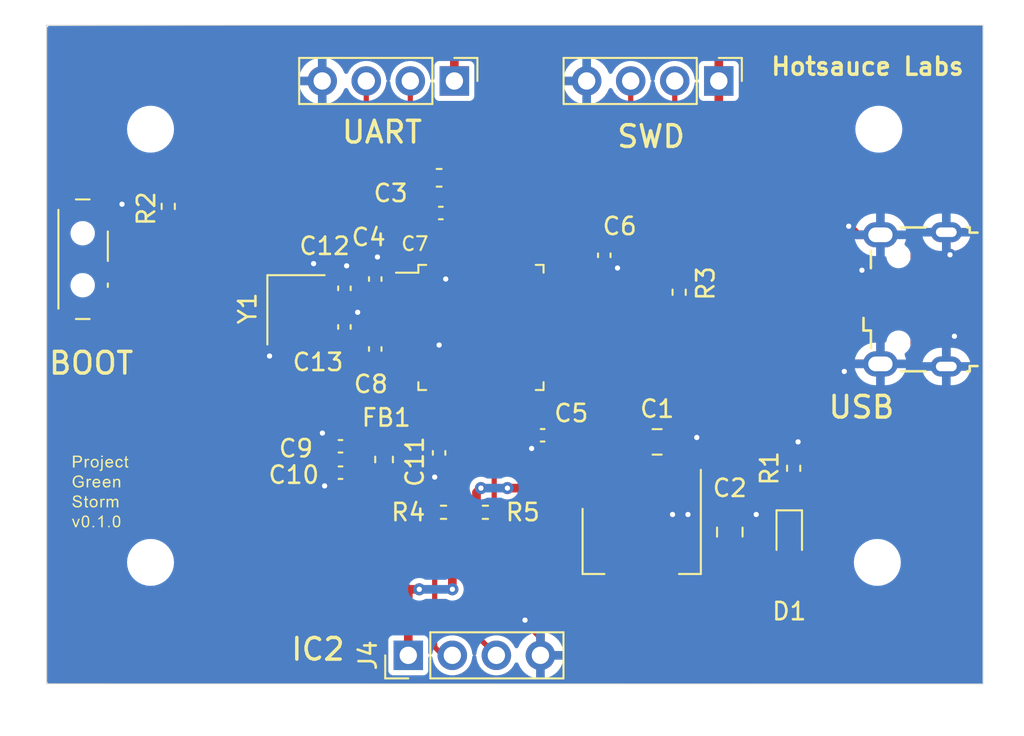
<source format=kicad_pcb>
(kicad_pcb (version 20221018) (generator pcbnew)
  (title_block (title "Project Green Storm") (date "2024-01-07") (rev "0.1") (company "Hotsauce Labs"))
  (layers (0 "F.Cu" signal) (31 "B.Cu" power) (34 "B.Paste" user) (35 "F.Paste" user) (36 "B.SilkS" user "B.Silkscreen") (37 "F.SilkS" user "F.Silkscreen") (38 "B.Mask" user) (39 "F.Mask" user) (44 "Edge.Cuts" user))
  (net 0 "")
  (net 1 "VBUS")
  (net 2 "GND")
  (net 3 "+3.3V")
  (net 4 "+3.3VA")
  (net 5 "Net-(U2-NRST)")
  (net 6 "Net-(U2-PD0)")
  (net 7 "Net-(U2-PD1)")
  (net 8 "Net-(D1-K)")
  (net 9 "Net-(J1-D-)")
  (net 10 "Net-(J1-D+)")
  (net 12 "Net-(J2-Pin_2)")
  (net 13 "Net-(J2-Pin_3)")
  (net 14 "Net-(J3-Pin_2)")
  (net 15 "Net-(J3-Pin_3)")
  (net 16 "Net-(J4-Pin_2)")
  (net 17 "Net-(J4-Pin_3)")
  (net 18 "Net-(SW1-B)")
  (net 19 "Net-(U2-BOOT0)")
  (footprint "Capacitor_SMD:C_0402_1005Metric" (layer "F.Cu") (at 64.643 98.679 -90)
    (fp_text reference "C11" (at 0.508 1.397 90) (layer "F.SilkS"))
    (fp_text value "100n")
    (pad "1" smd roundrect (at -0.48 0 270) (size 0.56 0.62) (layers "F.Cu" "F.Paste" "F.Mask") (net 5 "Net-(U2-NRST)"))
    (pad "2" smd roundrect (at 0.48 0 270) (size 0.56 0.62) (layers "F.Cu" "F.Paste" "F.Mask") (net 2 "GND"))
  )
  (footprint "Capacitor_SMD:C_0402_1005Metric" (layer "F.Cu") (at 59.182 89.182 90)
    (fp_text reference "C12" (at 2.441 -1.143 180) (layer "F.SilkS"))
    (fp_text value "10p")
    (pad "1" smd roundrect (at -0.48 0 90) (size 0.56 0.62) (layers "F.Cu" "F.Paste" "F.Mask") (net 6 "Net-(U2-PD0)"))
    (pad "2" smd roundrect (at 0.48 0 90) (size 0.56 0.62) (layers "F.Cu" "F.Paste" "F.Mask") (net 2 "GND"))
  )
  (footprint "LED_SMD:LED_0603_1608Metric" (layer "F.Cu") (at 84.836 103.4795 -90)
    (fp_text reference "D1" (at 4.3435 0) (layer "F.SilkS"))
    (fp_text value "RED")
    (pad "1" smd roundrect (at -0.7875 0 270) (size 0.875 0.95) (layers "F.Cu" "F.Paste" "F.Mask") (net 8 "Net-(D1-K)"))
    (pad "2" smd roundrect (at 0.7875 0 270) (size 0.875 0.95) (layers "F.Cu" "F.Paste" "F.Mask") (net 3 "+3.3V"))
  )
  (footprint "Capacitor_SMD:C_0805_2012Metric" (layer "F.Cu") (at 81.407 103.251 90)
    (fp_text reference "C2" (at 2.54 0 180) (layer "F.SilkS"))
    (fp_text value "22u")
    (pad "1" smd roundrect (at -0.95 0 90) (size 1 1.45) (layers "F.Cu" "F.Paste" "F.Mask") (net 3 "+3.3V"))
    (pad "2" smd roundrect (at 0.95 0 90) (size 1 1.45) (layers "F.Cu" "F.Paste" "F.Mask") (net 2 "GND"))
  )
  (footprint "Resistor_SMD:R_0402_1005Metric" (layer "F.Cu") (at 78.486 89.408 -90)
    (fp_text reference "R3" (at -0.508 -1.524 90) (layer "F.SilkS"))
    (fp_text value "1k5")
    (pad "1" smd roundrect (at -0.51 0 270) (size 0.54 0.64) (layers "F.Cu" "F.Paste" "F.Mask") (net 3 "+3.3V"))
    (pad "2" smd roundrect (at 0.51 0 270) (size 0.54 0.64) (layers "F.Cu" "F.Paste" "F.Mask") (net 10 "Net-(J1-D+)"))
  )
  (footprint "Capacitor_SMD:C_0402_1005Metric" (layer "F.Cu") (at 70.612 97.663 180)
    (fp_text reference "C5" (at -1.651 1.27) (layer "F.SilkS"))
    (fp_text value "100n")
    (pad "1" smd roundrect (at -0.48 0 180) (size 0.56 0.62) (layers "F.Cu" "F.Paste" "F.Mask") (net 3 "+3.3V"))
    (pad "2" smd roundrect (at 0.48 0 180) (size 0.56 0.62) (layers "F.Cu" "F.Paste" "F.Mask") (net 2 "GND"))
  )
  (footprint "Resistor_SMD:R_0402_1005Metric" (layer "F.Cu") (at 49.022 84.455 90)
    (fp_text reference "R2" (at -0.127 -1.27 90) (layer "F.SilkS"))
    (fp_text value "10k")
    (pad "1" smd roundrect (at -0.51 0 90) (size 0.54 0.64) (layers "F.Cu" "F.Paste" "F.Mask") (net 18 "Net-(SW1-B)"))
    (pad "2" smd roundrect (at 0.51 0 90) (size 0.54 0.64) (layers "F.Cu" "F.Paste" "F.Mask") (net 19 "Net-(U2-BOOT0)"))
  )
  (footprint "Capacitor_SMD:C_0603_1608Metric" (layer "F.Cu") (at 64.643 82.804)
    (fp_text reference "C3" (at -2.794 0.889) (layer "F.SilkS"))
    (fp_text value "10u")
    (pad "1" smd roundrect (at -0.775 0) (size 0.9 0.95) (layers "F.Cu" "F.Paste" "F.Mask") (net 3 "+3.3V"))
    (pad "2" smd roundrect (at 0.775 0) (size 0.9 0.95) (layers "F.Cu" "F.Paste" "F.Mask") (net 2 "GND"))
  )
  (footprint "Connector_PinHeader_2.54mm:PinHeader_1x04_P2.54mm_Vertical" (layer "F.Cu") (at 65.522 77.216 -90)
    (fp_text reference "J3")
    (fp_text value "Conn_01x04")
    (pad "1" thru_hole rect (at 0 0 270) (size 1.7 1.7) (drill 1) (layers "*.Cu" "*.Mask") (net 3 "+3.3V"))
    (pad "2" thru_hole oval (at 0 2.54 270) (size 1.7 1.7) (drill 1) (layers "*.Cu" "*.Mask") (net 14 "Net-(J3-Pin_2)"))
    (pad "3" thru_hole oval (at 0 5.08 270) (size 1.7 1.7) (drill 1) (layers "*.Cu" "*.Mask") (net 15 "Net-(J3-Pin_3)"))
    (pad "4" thru_hole oval (at 0 7.62 270) (size 1.7 1.7) (drill 1) (layers "*.Cu" "*.Mask") (net 2 "GND"))
  )
  (footprint "Connector_PinHeader_2.54mm:PinHeader_1x04_P2.54mm_Vertical" (layer "F.Cu") (at 62.865 110.363 90)
    (fp_text reference "J4" (at 0 -2.33 90) (layer "F.SilkS"))
    (fp_text value "Conn_01x04")
    (pad "1" thru_hole rect (at 0 0 90) (size 1.7 1.7) (drill 1) (layers "*.Cu" "*.Mask") (net 3 "+3.3V"))
    (pad "2" thru_hole oval (at 0 2.54 90) (size 1.7 1.7) (drill 1) (layers "*.Cu" "*.Mask") (net 16 "Net-(J4-Pin_2)"))
    (pad "3" thru_hole oval (at 0 5.08 90) (size 1.7 1.7) (drill 1) (layers "*.Cu" "*.Mask") (net 17 "Net-(J4-Pin_3)"))
    (pad "4" thru_hole oval (at 0 7.62 90) (size 1.7 1.7) (drill 1) (layers "*.Cu" "*.Mask") (net 2 "GND"))
  )
  (footprint "MountingHole:MountingHole_2.2mm_M2" (layer "F.Cu") (at 89.916 105)
    (fp_text reference "H2")
    (fp_text value "MountingHole")
    (pad "" np_thru_hole circle (at 0 0) (size 2.2 2.2) (drill 2.2) (layers "*.Cu" "*.Mask"))
  )
  (footprint "Resistor_SMD:R_0402_1005Metric" (layer "F.Cu") (at 67.31 102.108)
    (fp_text reference "R5" (at 2.159 0) (layer "F.SilkS"))
    (fp_text value "1k5")
    (pad "1" smd roundrect (at -0.51 0) (size 0.54 0.64) (layers "F.Cu" "F.Paste" "F.Mask") (net 3 "+3.3V"))
    (pad "2" smd roundrect (at 0.51 0) (size 0.54 0.64) (layers "F.Cu" "F.Paste" "F.Mask") (net 17 "Net-(J4-Pin_3)"))
  )
  (footprint "Capacitor_SMD:C_0402_1005Metric" (layer "F.Cu") (at 58.956 99.822 180)
    (fp_text reference "C10" (at 2.695 -0.127) (layer "F.SilkS"))
    (fp_text value "1u")
    (pad "1" smd roundrect (at -0.48 0 180) (size 0.56 0.62) (layers "F.Cu" "F.Paste" "F.Mask") (net 3 "+3.3V"))
    (pad "2" smd roundrect (at 0.48 0 180) (size 0.56 0.62) (layers "F.Cu" "F.Paste" "F.Mask") (net 2 "GND"))
  )
  (footprint "MountingHole:MountingHole_2.2mm_M2" (layer "F.Cu") (at 48 80)
    (fp_text reference "H4")
    (fp_text value "MountingHole")
    (pad "" np_thru_hole circle (at 0 0) (size 2.2 2.2) (drill 2.2) (layers "*.Cu" "*.Mask"))
  )
  (footprint "Capacitor_SMD:C_0402_1005Metric" (layer "F.Cu") (at 58.956 98.298 180)
    (fp_text reference "C9" (at 2.568 -0.127) (layer "F.SilkS"))
    (fp_text value "1u")
    (pad "1" smd roundrect (at -0.48 0 180) (size 0.56 0.62) (layers "F.Cu" "F.Paste" "F.Mask") (net 4 "+3.3VA"))
    (pad "2" smd roundrect (at 0.48 0 180) (size 0.56 0.62) (layers "F.Cu" "F.Paste" "F.Mask") (net 2 "GND"))
  )
  (footprint "Capacitor_SMD:C_0805_2012Metric" (layer "F.Cu") (at 77.216 98.044)
    (fp_text reference "C1" (at 0 -1.905) (layer "F.SilkS"))
    (fp_text value "22u")
    (pad "1" smd roundrect (at -0.95 0) (size 1 1.45) (layers "F.Cu" "F.Paste" "F.Mask") (net 1 "VBUS"))
    (pad "2" smd roundrect (at 0.95 0) (size 1 1.45) (layers "F.Cu" "F.Paste" "F.Mask") (net 2 "GND"))
  )
  (footprint "Capacitor_SMD:C_0402_1005Metric" (layer "F.Cu") (at 74.168 87.277 -90)
    (fp_text reference "C6" (at -1.679 -0.889 -180) (layer "F.SilkS"))
    (fp_text value "100n")
    (pad "1" smd roundrect (at -0.48 0 270) (size 0.56 0.62) (layers "F.Cu" "F.Paste" "F.Mask") (net 3 "+3.3V"))
    (pad "2" smd roundrect (at 0.48 0 270) (size 0.56 0.62) (layers "F.Cu" "F.Paste" "F.Mask") (net 2 "GND"))
  )
  (footprint "MountingHole:MountingHole_2.2mm_M2" (layer "F.Cu") (at 48 105)
    (fp_text reference "H1")
    (fp_text value "MountingHole")
    (pad "" np_thru_hole circle (at 0 0) (size 2.2 2.2) (drill 2.2) (layers "*.Cu" "*.Mask"))
  )
  (footprint "Connector_USB:USB_Micro-B_Wuerth_629105150521" (layer "F.Cu") (at 91.943 89.819 90)
    (fp_text reference "J1")
    (fp_text value "USB_B_Micro")
    (pad "" np_thru_hole oval (at -2.5 -0.8 90) (size 0.8 0.8) (drill 0.8) (layers "*.Cu" "*.Mask"))
    (pad "" np_thru_hole oval (at 2.5 -0.8 90) (size 0.8 0.8) (drill 0.8) (layers "*.Cu" "*.Mask"))
    (pad "1" smd rect (at -1.3 -1.9 90) (size 0.45 1.3) (layers "F.Cu" "F.Paste" "F.Mask") (net 1 "VBUS"))
    (pad "2" smd rect (at -0.65 -1.9 90) (size 0.45 1.3) (layers "F.Cu" "F.Paste" "F.Mask") (net 9 "Net-(J1-D-)"))
    (pad "3" smd rect (at 0 -1.9 90) (size 0.45 1.3) (layers "F.Cu" "F.Paste" "F.Mask") (net 10 "Net-(J1-D+)"))
    (pad "4" smd rect (at 0.65 -1.9 90) (size 0.45 1.3) (layers "F.Cu" "F.Paste" "F.Mask"))
    (pad "5" smd rect (at 1.3 -1.9 90) (size 0.45 1.3) (layers "F.Cu" "F.Paste" "F.Mask") (net 2 "GND"))
    (pad "6" thru_hole oval (at -3.875 1.95 90) (size 1.15 1.8) (drill oval 0.55 1.2) (layers "*.Cu" "*.Mask") (net 2 "GND"))
    (pad "6" thru_hole oval (at -3.725 -1.85 90) (size 1.45 2) (drill oval 0.85 1.4) (layers "*.Cu" "*.Mask") (net 2 "GND"))
    (pad "6" thru_hole oval (at 3.725 -1.85 90) (size 1.45 2) (drill oval 0.85 1.4) (layers "*.Cu" "*.Mask") (net 2 "GND"))
    (pad "6" thru_hole oval (at 3.875 1.95 90) (size 1.15 1.8) (drill oval 0.55 1.2) (layers "*.Cu" "*.Mask") (net 2 "GND"))
  )
  (footprint "Connector_PinHeader_2.54mm:PinHeader_1x04_P2.54mm_Vertical" (layer "F.Cu") (at 80.772 77.216 -90)
    (fp_text reference "J2")
    (fp_text value "Conn_01x04")
    (pad "1" thru_hole rect (at 0 0 270) (size 1.7 1.7) (drill 1) (layers "*.Cu" "*.Mask") (net 3 "+3.3V"))
    (pad "2" thru_hole oval (at 0 2.54 270) (size 1.7 1.7) (drill 1) (layers "*.Cu" "*.Mask") (net 12 "Net-(J2-Pin_2)"))
    (pad "3" thru_hole oval (at 0 5.08 270) (size 1.7 1.7) (drill 1) (layers "*.Cu" "*.Mask") (net 13 "Net-(J2-Pin_3)"))
    (pad "4" thru_hole oval (at 0 7.62 270) (size 1.7 1.7) (drill 1) (layers "*.Cu" "*.Mask") (net 2 "GND"))
  )
  (footprint "Resistor_SMD:R_0402_1005Metric" (layer "F.Cu") (at 64.897 102.108 180)
    (fp_text reference "R4" (at 2.032 0) (layer "F.SilkS"))
    (fp_text value "1k5")
    (pad "1" smd roundrect (at -0.51 0 180) (size 0.54 0.64) (layers "F.Cu" "F.Paste" "F.Mask") (net 3 "+3.3V"))
    (pad "2" smd roundrect (at 0.51 0 180) (size 0.54 0.64) (layers "F.Cu" "F.Paste" "F.Mask") (net 16 "Net-(J4-Pin_2)"))
  )
  (footprint "MountingHole:MountingHole_2.2mm_M2" (layer "F.Cu") (at 90 80)
    (fp_text reference "H3")
    (fp_text value "MountingHole")
    (pad "" np_thru_hole circle (at 0 0) (size 2.2 2.2) (drill 2.2) (layers "*.Cu" "*.Mask"))
  )
  (footprint "Package_QFP:LQFP-48_7x7mm_P0.5mm" (layer "F.Cu") (at 67.056 91.44)
    (fp_text reference "U2")
    (fp_text value "STM32F103C8T6")
    (pad "1" smd roundrect (at -4.1625 -2.75) (size 1.475 0.3) (layers "F.Cu" "F.Paste" "F.Mask") (net 3 "+3.3V"))
    (pad "2" smd roundrect (at -4.1625 -2.25) (size 1.475 0.3) (layers "F.Cu" "F.Paste" "F.Mask"))
    (pad "3" smd roundrect (at -4.1625 -1.75) (size 1.475 0.3) (layers "F.Cu" "F.Paste" "F.Mask"))
    (pad "4" smd roundrect (at -4.1625 -1.25) (size 1.475 0.3) (layers "F.Cu" "F.Paste" "F.Mask"))
    (pad "5" smd roundrect (at -4.1625 -0.75) (size 1.475 0.3) (layers "F.Cu" "F.Paste" "F.Mask") (net 6 "Net-(U2-PD0)"))
    (pad "6" smd roundrect (at -4.1625 -0.25) (size 1.475 0.3) (layers "F.Cu" "F.Paste" "F.Mask") (net 7 "Net-(U2-PD1)"))
    (pad "7" smd roundrect (at -4.1625 0.25) (size 1.475 0.3) (layers "F.Cu" "F.Paste" "F.Mask") (net 5 "Net-(U2-NRST)"))
    (pad "8" smd roundrect (at -4.1625 0.75) (size 1.475 0.3) (layers "F.Cu" "F.Paste" "F.Mask") (net 2 "GND"))
    (pad "9" smd roundrect (at -4.1625 1.25) (size 1.475 0.3) (layers "F.Cu" "F.Paste" "F.Mask") (net 4 "+3.3VA"))
    (pad "10" smd roundrect (at -4.1625 1.75) (size 1.475 0.3) (layers "F.Cu" "F.Paste" "F.Mask"))
    (pad "11" smd roundrect (at -4.1625 2.25) (size 1.475 0.3) (layers "F.Cu" "F.Paste" "F.Mask"))
    (pad "12" smd roundrect (at -4.1625 2.75) (size 1.475 0.3) (layers "F.Cu" "F.Paste" "F.Mask"))
    (pad "13" smd roundrect (at -2.75 4.1625) (size 0.3 1.475) (layers "F.Cu" "F.Paste" "F.Mask"))
    (pad "14" smd roundrect (at -2.25 4.1625) (size 0.3 1.475) (layers "F.Cu" "F.Paste" "F.Mask"))
    (pad "15" smd roundrect (at -1.75 4.1625) (size 0.3 1.475) (layers "F.Cu" "F.Paste" "F.Mask"))
    (pad "16" smd roundrect (at -1.25 4.1625) (size 0.3 1.475) (layers "F.Cu" "F.Paste" "F.Mask"))
    (pad "17" smd roundrect (at -0.75 4.1625) (size 0.3 1.475) (layers "F.Cu" "F.Paste" "F.Mask"))
    (pad "18" smd roundrect (at -0.25 4.1625) (size 0.3 1.475) (layers "F.Cu" "F.Paste" "F.Mask"))
    (pad "19" smd roundrect (at 0.25 4.1625) (size 0.3 1.475) (layers "F.Cu" "F.Paste" "F.Mask"))
    (pad "20" smd roundrect (at 0.75 4.1625) (size 0.3 1.475) (layers "F.Cu" "F.Paste" "F.Mask"))
    (pad "21" smd roundrect (at 1.25 4.1625) (size 0.3 1.475) (layers "F.Cu" "F.Paste" "F.Mask") (net 16 "Net-(J4-Pin_2)"))
    (pad "22" smd roundrect (at 1.75 4.1625) (size 0.3 1.475) (layers "F.Cu" "F.Paste" "F.Mask") (net 17 "Net-(J4-Pin_3)"))
    (pad "23" smd roundrect (at 2.25 4.1625) (size 0.3 1.475) (layers "F.Cu" "F.Paste" "F.Mask") (net 2 "GND"))
    (pad "24" smd roundrect (at 2.75 4.1625) (size 0.3 1.475) (layers "F.Cu" "F.Paste" "F.Mask") (net 3 "+3.3V"))
    (pad "25" smd roundrect (at 4.1625 2.75) (size 1.475 0.3) (layers "F.Cu" "F.Paste" "F.Mask"))
    (pad "26" smd roundrect (at 4.1625 2.25) (size 1.475 0.3) (layers "F.Cu" "F.Paste" "F.Mask"))
    (pad "27" smd roundrect (at 4.1625 1.75) (size 1.475 0.3) (layers "F.Cu" "F.Paste" "F.Mask"))
    (pad "28" smd roundrect (at 4.1625 1.25) (size 1.475 0.3) (layers "F.Cu" "F.Paste" "F.Mask"))
    (pad "29" smd roundrect (at 4.1625 0.75) (size 1.475 0.3) (layers "F.Cu" "F.Paste" "F.Mask"))
    (pad "30" smd roundrect (at 4.1625 0.25) (size 1.475 0.3) (layers "F.Cu" "F.Paste" "F.Mask"))
    (pad "31" smd roundrect (at 4.1625 -0.25) (size 1.475 0.3) (layers "F.Cu" "F.Paste" "F.Mask"))
    (pad "32" smd roundrect (at 4.1625 -0.75) (size 1.475 0.3) (layers "F.Cu" "F.Paste" "F.Mask") (net 9 "Net-(J1-D-)"))
    (pad "33" smd roundrect (at 4.1625 -1.25) (size 1.475 0.3) (layers "F.Cu" "F.Paste" "F.Mask") (net 10 "Net-(J1-D+)"))
    (pad "34" smd roundrect (at 4.1625 -1.75) (size 1.475 0.3) (layers "F.Cu" "F.Paste" "F.Mask") (net 12 "Net-(J2-Pin_2)"))
    (pad "35" smd roundrect (at 4.1625 -2.25) (size 1.475 0.3) (layers "F.Cu" "F.Paste" "F.Mask") (net 2 "GND"))
    (pad "36" smd roundrect (at 4.1625 -2.75) (size 1.475 0.3) (layers "F.Cu" "F.Paste" "F.Mask") (net 3 "+3.3V"))
    (pad "37" smd roundrect (at 2.75 -4.1625) (size 0.3 1.475) (layers "F.Cu" "F.Paste" "F.Mask") (net 13 "Net-(J2-Pin_3)"))
    (pad "38" smd roundrect (at 2.25 -4.1625) (size 0.3 1.475) (layers "F.Cu" "F.Paste" "F.Mask"))
    (pad "39" smd roundrect (at 1.75 -4.1625) (size 0.3 1.475) (layers "F.Cu" "F.Paste" "F.Mask"))
    (pad "40" smd roundrect (at 1.25 -4.1625) (size 0.3 1.475) (layers "F.Cu" "F.Paste" "F.Mask"))
    (pad "41" smd roundrect (at 0.75 -4.1625) (size 0.3 1.475) (layers "F.Cu" "F.Paste" "F.Mask"))
    (pad "42" smd roundrect (at 0.25 -4.1625) (size 0.3 1.475) (layers "F.Cu" "F.Paste" "F.Mask") (net 14 "Net-(J3-Pin_2)"))
    (pad "43" smd roundrect (at -0.25 -4.1625) (size 0.3 1.475) (layers "F.Cu" "F.Paste" "F.Mask") (net 15 "Net-(J3-Pin_3)"))
    (pad "44" smd roundrect (at -0.75 -4.1625) (size 0.3 1.475) (layers "F.Cu" "F.Paste" "F.Mask") (net 19 "Net-(U2-BOOT0)"))
    (pad "45" smd roundrect (at -1.25 -4.1625) (size 0.3 1.475) (layers "F.Cu" "F.Paste" "F.Mask"))
    (pad "46" smd roundrect (at -1.75 -4.1625) (size 0.3 1.475) (layers "F.Cu" "F.Paste" "F.Mask"))
    (pad "47" smd roundrect (at -2.25 -4.1625) (size 0.3 1.475) (layers "F.Cu" "F.Paste" "F.Mask") (net 2 "GND"))
    (pad "48" smd roundrect (at -2.75 -4.1625) (size 0.3 1.475) (layers "F.Cu" "F.Paste" "F.Mask") (net 3 "+3.3V"))
  )
  (footprint "Capacitor_SMD:C_0402_1005Metric" (layer "F.Cu") (at 59.182 91.412 90)
    (fp_text reference "C13" (at -2.032 -1.524 180) (layer "F.SilkS"))
    (fp_text value "10p")
    (pad "1" smd roundrect (at -0.48 0 90) (size 0.56 0.62) (layers "F.Cu" "F.Paste" "F.Mask") (net 7 "Net-(U2-PD1)"))
    (pad "2" smd roundrect (at 0.48 0 90) (size 0.56 0.62) (layers "F.Cu" "F.Paste" "F.Mask") (net 2 "GND"))
  )
  (footprint "Capacitor_SMD:C_0402_1005Metric" (layer "F.Cu") (at 64.742 84.836)
    (fp_text reference "C7" (at -1.496 1.778) (layer "F.SilkS") (effects (font (size 0.8 0.8) (thickness 0.125))))
    (fp_text value "100n")
    (pad "1" smd roundrect (at -0.48 0) (size 0.56 0.62) (layers "F.Cu" "F.Paste" "F.Mask") (net 3 "+3.3V"))
    (pad "2" smd roundrect (at 0.48 0) (size 0.56 0.62) (layers "F.Cu" "F.Paste" "F.Mask") (net 2 "GND"))
  )
  (footprint "Package_TO_SOT_SMD:SOT-223-3_TabPin2" (layer "F.Cu") (at 76.327 103.759 -90)
    (fp_text reference "U1")
    (fp_text value "AMS1117-3.3")
    (pad "1" smd rect (at -3.15 -2.3 270) (size 2 1.5) (layers "F.Cu" "F.Paste" "F.Mask") (net 2 "GND"))
    (pad "2" smd rect (at -3.15 0 270) (size 2 1.5) (layers "F.Cu" "F.Paste" "F.Mask") (net 3 "+3.3V"))
    (pad "2" smd rect (at 3.15 0 270) (size 2 3.8) (layers "F.Cu" "F.Paste" "F.Mask") (net 3 "+3.3V"))
    (pad "3" smd rect (at -3.15 2.3 270) (size 2 1.5) (layers "F.Cu" "F.Paste" "F.Mask") (net 1 "VBUS"))
  )
  (footprint "Inductor_SMD:L_0603_1608Metric" (layer "F.Cu") (at 61.468 99.06 -90)
    (fp_text reference "FB1" (at -2.413 -0.127) (layer "F.SilkS"))
    (fp_text value "120R")
    (pad "1" smd roundrect (at -0.7875 0 270) (size 0.875 0.95) (layers "F.Cu" "F.Paste" "F.Mask") (net 4 "+3.3VA"))
    (pad "2" smd roundrect (at 0.7875 0 270) (size 0.875 0.95) (layers "F.Cu" "F.Paste" "F.Mask") (net 3 "+3.3V"))
  )
  (footprint "LOGO" (layer "F.Cu") (at 45.085 100.965)
    (fp_text reference "G***")
    (fp_text value "LOGO" hide)
  )
  (footprint "Capacitor_SMD:C_0402_1005Metric" (layer "F.Cu") (at 60.96 92.682 90)
    (fp_text reference "C8" (at -2.032 -0.254 180) (layer "F.SilkS"))
    (fp_text value "10n")
    (pad "1" smd roundrect (at -0.48 0 90) (size 0.56 0.62) (layers "F.Cu" "F.Paste" "F.Mask") (net 4 "+3.3VA"))
    (pad "2" smd roundrect (at 0.48 0 90) (size 0.56 0.62) (layers "F.Cu" "F.Paste" "F.Mask") (net 2 "GND"))
  )
  (footprint "Button_Switch_SMD:SW_SPDT_PCM12" (layer "F.Cu") (at 44.417 87.503 -90)
    (fp_text reference "SW1")
    (fp_text value "SW_SPDT")
    (pad "" smd rect (at -3.65 -0.78 270) (size 1 0.8) (layers "F.Cu" "F.Paste" "F.Mask"))
    (pad "" smd rect (at -3.65 1.43 270) (size 1 0.8) (layers "F.Cu" "F.Paste" "F.Mask"))
    (pad "" np_thru_hole circle (at -1.5 0.33 270) (size 0.9 0.9) (drill 0.9) (layers "*.Cu" "*.Mask"))
    (pad "" np_thru_hole circle (at 1.5 0.33 270) (size 0.9 0.9) (drill 0.9) (layers "*.Cu" "*.Mask"))
    (pad "" smd rect (at 3.65 -0.78 270) (size 1 0.8) (layers "F.Cu" "F.Paste" "F.Mask"))
    (pad "" smd rect (at 3.65 1.43 270) (size 1 0.8) (layers "F.Cu" "F.Paste" "F.Mask"))
    (pad "1" smd rect (at -2.25 -1.43 270) (size 0.7 1.5) (layers "F.Cu" "F.Paste" "F.Mask") (net 2 "GND"))
    (pad "2" smd rect (at 0.75 -1.43 270) (size 0.7 1.5) (layers "F.Cu" "F.Paste" "F.Mask") (net 18 "Net-(SW1-B)"))
    (pad "3" smd rect (at 2.25 -1.43 270) (size 0.7 1.5) (layers "F.Cu" "F.Paste" "F.Mask") (net 3 "+3.3V"))
  )
  (footprint "Crystal:Crystal_SMD_3225-4Pin_3.2x2.5mm" (layer "F.Cu") (at 56.388 90.424 -90)
    (fp_text reference "Y1" (at -0.084 2.794 90) (layer "F.SilkS"))
    (fp_text value "16Mhz")
    (pad "1" smd rect (at -1.1 0.85 270) (size 1.4 1.2) (layers "F.Cu" "F.Paste" "F.Mask") (net 6 "Net-(U2-PD0)"))
    (pad "2" smd rect (at 1.1 0.85 270) (size 1.4 1.2) (layers "F.Cu" "F.Paste" "F.Mask") (net 2 "GND"))
    (pad "3" smd rect (at 1.1 -0.85 270) (size 1.4 1.2) (layers "F.Cu" "F.Paste" "F.Mask") (net 7 "Net-(U2-PD1)"))
    (pad "4" smd rect (at -1.1 -0.85 270) (size 1.4 1.2) (layers "F.Cu" "F.Paste" "F.Mask") (net 2 "GND"))
  )
  (footprint "Resistor_SMD:R_0402_1005Metric" (layer "F.Cu") (at 85.09 99.568 90)
    (fp_text reference "R1" (at 0 -1.397 90) (layer "F.SilkS"))
    (fp_text value "1k5")
    (pad "1" smd roundrect (at -0.51 0 90) (size 0.54 0.64) (layers "F.Cu" "F.Paste" "F.Mask") (net 8 "Net-(D1-K)"))
    (pad "2" smd roundrect (at 0.51 0 90) (size 0.54 0.64) (layers "F.Cu" "F.Paste" "F.Mask") (net 2 "GND"))
  )
  (footprint "Capacitor_SMD:C_0402_1005Metric" (layer "F.Cu") (at 60.96 88.646 90)
    (fp_text reference "C4" (at 2.413 -0.381 180) (layer "F.SilkS"))
    (fp_text value "100n")
    (pad "1" smd roundrect (at -0.48 0 90) (size 0.56 0.62) (layers "F.Cu" "F.Paste" "F.Mask") (net 3 "+3.3V"))
    (pad "2" smd roundrect (at 0.48 0 90) (size 0.56 0.62) (layers "F.Cu" "F.Paste" "F.Mask") (net 2 "GND"))
  )
  (gr_line (start 42 112) (end 96.012 112.014) (stroke (width 0.05)) (layer "Edge.Cuts"))
  (gr_line (start 96.012 74) (end 96.012 112.014) (stroke (width 0.05)) (layer "Edge.Cuts"))
  (gr_line (start 42 112) (end 42 74) (stroke (width 0.05)) (layer "Edge.Cuts"))
  (gr_line (start 96.012 74) (end 42 74) (stroke (width 0.05)) (layer "Edge.Cuts"))
  (gr_text "IC2" (at 56.007 110.744) (layer "F.SilkS") (effects (font (size 1.25 1.25) (thickness 0.2)) (justify left bottom)))
  (gr_text "BOOT" (at 42.037 94.234) (layer "F.SilkS") (effects (font (size 1.25 1.25) (thickness 0.2)) (justify left bottom)))
  (gr_text "USB" (at 86.995 96.774) (layer "F.SilkS") (effects (font (size 1.25 1.25) (thickness 0.2)) (justify left bottom)))
  (gr_text "UART" (at 58.928 80.899) (layer "F.SilkS") (effects (font (size 1.25 1.25) (thickness 0.2)) (justify left bottom)))
  (gr_text "Hotsauce Labs" (at 83.693 76.962) (layer "F.SilkS") (effects (font (size 1 1) (thickness 0.2)) (justify left bottom)))
  (gr_text "SWD" (at 74.803 81.153) (layer "F.SilkS") (effects (font (size 1.25 1.25) (thickness 0.2)) (justify left bottom)))
  (segment (start 65.222 85.272893) (end 64.806 85.688893) (width 0.3) (layer "F.Cu") (net 2))
  (segment (start 55.538 91.524) (end 55.538 92.417) (width 0.5) (layer "F.Cu") (net 2))
  (segment (start 93.893 92.416) (end 94.361 91.948) (width 0.5) (layer "F.Cu") (net 2))
  (segment (start 65.222 83) (end 65.418 82.804) (width 0.3) (layer "F.Cu") (net 2))
  (segment (start 59.578 90.932) (end 59.944 90.566) (width 0.5) (layer "F.Cu") (net 2))
  (segment (start 70.485 110.363) (end 70.485 109.22) (width 0.5) (layer "F.Cu") (net 2))
  (segment (start 60.96 87.503) (end 61.087 87.376) (width 0.5) (layer "F.Cu") (net 2))
  (segment (start 69.306 97.246) (end 69.306 95.6025) (width 0.3) (layer "F.Cu") (net 2))
  (segment (start 72.862 89.19) (end 73.533 88.519) (width 0.3) (layer "F.Cu") (net 2))
  (segment (start 61.468 91.694) (end 60.96 91.694) (width 0.3) (layer "F.Cu") (net 2))
  (segment (start 58.476 98.298) (end 58.476 98.1) (width 0.3) (layer "F.Cu") (net 2))
  (segment (start 73.533 88.519) (end 73.533 88.011) (width 0.3) (layer "F.Cu") (net 2))
  (segment (start 65.418 83.452) (end 65.418 82.804) (width 0.3) (layer "F.Cu") (net 2))
  (segment (start 60.96 91.694) (end 60.96 92.202) (width 0.3) (layer "F.Cu") (net 2))
  (segment (start 60.96 88.166) (end 60.96 87.503) (width 0.5) (layer "F.Cu") (net 2))
  (segment (start 64.643 99.159) (end 64.643 99.822) (width 0.5) (layer "F.Cu") (net 2))
  (segment (start 85.09 98.931) (end 85.09 98.298) (width 0.5) (layer "F.Cu") (net 2))
  (segment (start 74.168 87.757) (end 74.676 87.757) (width 0.3) (layer "F.Cu") (net 2))
  (segment (start 58.476 99.822) (end 58.476 100.147) (width 0.3) (layer "F.Cu") (net 2))
  (segment (start 73.787 87.757) (end 74.168 87.757) (width 0.3) (layer "F.Cu") (net 2))
  (segment (start 64.806 87.2775) (end 64.806 88.428) (width 0.3) (layer "F.Cu") (net 2))
  (segment (start 57.404 89.158) (end 57.238 89.324) (width 0.5) (layer "F.Cu") (net 2))
  (segment (start 59.182 88.702) (end 59.182 88.011) (width 0.5) (layer "F.Cu") (net 2))
  (segment (start 65.222 84.836) (end 65.222 84.384) (width 0.3) (layer "F.Cu") (net 2))
  (segment (start 64.806 85.688893) (end 64.806 87.2775) (width 0.3) (layer "F.Cu") (net 2))
  (segment (start 88.447 93.544) (end 88.011 93.98) (width 0.5) (layer "F.Cu") (net 2))
  (segment (start 89.408 88.519) (end 89.027 88.138) (width 0.3) (layer "F.Cu") (net 2))
  (segment (start 93.893 93.694) (end 93.893 92.416) (width 0.5) (layer "F.Cu") (net 2))
  (segment (start 70.485 109.22) (end 69.596 108.331) (width 0.5) (layer "F.Cu") (net 2))
  (segment (start 45.847 85.253) (end 46.01 85.253) (width 0.5) (layer "F.Cu") (net 2))
  (segment (start 61.964 92.19) (end 61.468 91.694) (width 0.3) (layer "F.Cu") (net 2))
  (segment (start 90.093 93.544) (end 88.447 93.544) (width 0.5) (layer "F.Cu") (net 2))
  (segment (start 70.132 98.27) (end 69.977 98.425) (width 0.3) (layer "F.Cu") (net 2))
  (segment (start 65.222 84.384) (end 65.532 84.074) (width 0.3) (layer "F.Cu") (net 2))
  (segment (start 65.532 84.074) (end 65.532 83.566) (width 0.3) (layer "F.Cu") (net 2))
  (segment (start 64.262 92.456) (end 64.643 92.456) (width 0.3) (layer "F.Cu") (net 2))
  (segment (start 93.893 87.035) (end 94.107 87.249) (width 0.5) (layer "F.Cu") (net 2))
  (segment (start 59.182 88.011) (end 59.309 87.884) (width 0.5) (layer "F.Cu") (net 2))
  (segment (start 64.806 88.428) (end 65.024 88.646) (width 0.3) (layer "F.Cu") (net 2))
  (segment (start 85.09 98.298) (end 85.344 98.044) (width 0.5) (layer "F.Cu") (net 2))
  (segment (start 90.093 86.094) (end 88.761 86.094) (width 0.5) (layer "F.Cu") (net 2))
  (segment (start 55.538 92.417) (end 54.864 93.091) (width 0.5) (layer "F.Cu") (net 2))
  (segment (start 57.404 87.757) (end 57.404 89.158) (width 0.5) (layer "F.Cu") (net 2))
  (segment (start 90.043 88.519) (end 89.408 88.519) (width 0.3) (layer "F.Cu") (net 2))
  (segment (start 58.476 98.1) (end 57.912 97.536) (width 0.3) (layer "F.Cu") (net 2))
  (segment (start 93.893 85.944) (end 93.893 87.035) (width 0.5) (layer "F.Cu") (net 2))
  (segment (start 74.676 87.757) (end 74.93 88.011) (width 0.3) (layer "F.Cu") (net 2))
  (segment (start 73.533 88.011) (end 73.787 87.757) (width 0.3) (layer "F.Cu") (net 2))
  (segment (start 45.847 84.836) (end 46.355 84.328) (width 0.5) (layer "F.Cu") (net 2))
  (segment (start 69.723 97.663) (end 69.306 97.246) (width 0.3) (layer "F.Cu") (net 2))
  (segment (start 71.2185 89.19) (end 72.862 89.19) (width 0.3) (layer "F.Cu") (net 2))
  (segment (start 45.847 85.598) (end 45.847 85.253) (width 0.5) (layer "F.Cu") (net 2))
  (segment (start 65.222 84.836) (end 65.222 85.272893) (width 0.3) (layer "F.Cu") (net 2))
  (segment (start 88.761 86.094) (end 88.265 85.598) (width 0.5) (layer "F.Cu") (net 2))
  (segment (start 65.532 83.566) (end 65.418 83.452) (width 0.3) (layer "F.Cu") (net 2))
  (segment (start 70.132 97.663) (end 69.723 97.663) (width 0.3) (layer "F.Cu") (net 2))
  (segment (start 59.182 90.932) (end 59.578 90.932) (width 0.5) (layer "F.Cu") (net 2))
  (segment (start 62.8935 92.19) (end 63.996 92.19) (width 0.3) (layer "F.Cu") (net 2))
  (segment (start 45.847 85.253) (end 45.847 84.836) (width 0.5) (layer "F.Cu") (net 2))
  (segment (start 70.132 97.663) (end 70.132 98.27) (width 0.3) (layer "F.Cu") (net 2))
  (segment (start 58.476 100.147) (end 58.039 100.584) (width 0.3) (layer "F.Cu") (net 2))
  (segment (start 63.996 92.19) (end 64.262 92.456) (width 0.3) (layer "F.Cu") (net 2))
  (segment (start 64.643 99.822) (end 64.389 100.076) (width 0.5) (layer "F.Cu") (net 2))
  (segment (start 62.8935 92.19) (end 61.964 92.19) (width 0.3) (layer "F.Cu") (net 2))
  (via (at 88.265 85.598) (size 0.7) (drill 0.3) (layers "F.Cu" "B.Cu") (net 2))
  (via (at 59.944 90.566) (size 0.7) (drill 0.3) (layers "F.Cu" "B.Cu") (net 2))
  (via (at 59.309 87.884) (size 0.7) (drill 0.3) (layers "F.Cu" "B.Cu") (net 2))
  (via (at 46.355 84.328) (size 0.7) (drill 0.3) (layers "F.Cu" "B.Cu") (net 2))
  (via (at 79.502 97.79) (size 0.7) (drill 0.3) (layers "F.Cu" "B.Cu") (net 2))
  (via (at 64.389 100.076) (size 0.7) (drill 0.3) (layers "F.Cu" "B.Cu") (net 2))
  (via (at 61.087 87.376) (size 0.7) (drill 0.3) (layers "F.Cu" "B.Cu") (net 2))
  (via (at 78.105 102.235) (size 0.7) (drill 0.3) (layers "F.Cu" "B.Cu") (net 2))
  (via (at 69.596 108.331) (size 0.7) (drill 0.3) (layers "F.Cu" "B.Cu") (net 2))
  (via (at 69.977 98.425) (size 0.7) (drill 0.3) (layers "F.Cu" "B.Cu") (net 2))
  (via (at 57.404 87.757) (size 0.7) (drill 0.3) (layers "F.Cu" "B.Cu") (net 2))
  (via (at 54.864 93.091) (size 0.7) (drill 0.3) (layers "F.Cu" "B.Cu") (net 2))
  (via (at 94.361 91.948) (size 0.7) (drill 0.3) (layers "F.Cu" "B.Cu") (net 2))
  (via (at 85.344 98.044) (size 0.7) (drill 0.3) (layers "F.Cu" "B.Cu") (net 2))
  (via (at 89.027 88.138) (size 0.7) (drill 0.3) (layers "F.Cu" "B.Cu") (net 2))
  (via (at 58.039 100.584) (size 0.7) (drill 0.3) (layers "F.Cu" "B.Cu") (net 2))
  (via (at 74.93 88.011) (size 0.7) (drill 0.3) (layers "F.Cu" "B.Cu") (net 2))
  (via (at 64.643 92.456) (size 0.7) (drill 0.3) (layers "F.Cu" "B.Cu") (net 2))
  (via (at 57.912 97.536) (size 0.7) (drill 0.3) (layers "F.Cu" "B.Cu") (net 2))
  (via (at 65.024 88.646) (size 0.7) (drill 0.3) (layers "F.Cu" "B.Cu") (net 2))
  (via (at 94.107 87.249) (size 0.7) (drill 0.3) (layers "F.Cu" "B.Cu") (net 2))
  (via (at 82.931 102.235) (size 0.7) (drill 0.3) (layers "F.Cu" "B.Cu") (net 2))
  (via (at 78.994 102.235) (size 0.7) (drill 0.3) (layers "F.Cu" "B.Cu") (net 2))
  (via (at 88.011 93.98) (size 0.7) (drill 0.3) (layers "F.Cu" "B.Cu") (net 2))
  (segment (start 69.806 95.6025) (end 69.806 96.476) (width 0.3) (layer "F.Cu") (net 3))
  (segment (start 72.346 88.69) (end 72.771 88.265) (width 0.3) (layer "F.Cu") (net 3))
  (segment (start 62.23 84.963) (end 61.087 84.963) (width 0.3) (layer "F.Cu") (net 3))
  (segment (start 84.77 104.201) (end 84.836 104.267) (width 0.5) (layer "F.Cu") (net 3))
  (segment (start 80.772 77.216) (end 80.772 75.692) (width 0.5) (layer "F.Cu") (net 3))
  (segment (start 49.058 89.753) (end 47.462 89.753) (width 0.5) (layer "F.Cu") (net 3))
  (segment (start 86.487 105.918) (end 86.487 101.6) (width 0.5) (layer "F.Cu") (net 3))
  (segment (start 84.455 83.693) (end 82.8675 82.1055) (width 0.5) (layer "F.Cu") (net 3))
  (segment (start 62.05288 88.69) (end 61.61688 89.126) (width 0.3) (layer "F.Cu") (net 3))
  (segment (start 71.092 97.663) (end 71.092 100.711) (width 0.5) (layer "F.Cu") (net 3))
  (segment (start 65.522 74.94) (end 65.522 77.216) (width 0.5) (layer "F.Cu") (net 3))
  (segment (start 64.262 84.328) (end 63.868 83.934) (width 0.3) (layer "F.Cu") (net 3))
  (segment (start 61.61688 89.126) (end 60.96 89.126) (width 0.3) (layer "F.Cu") (net 3))
  (segment (start 72.898 110.109) (end 80.137 110.109) (width 0.5) (layer "F.Cu") (net 3))
  (segment (start 62.8935 88.69) (end 62.23 88.0265) (width 0.3) (layer "F.Cu") (net 3))
  (segment (start 61.468 105.156) (end 62.865 106.553) (width 0.5) (layer "F.Cu") (net 3))
  (segment (start 47.498 89.789) (end 47.462 89.753) (width 0.5) (layer "F.Cu") (net 3))
  (segment (start 76.835 87.884) (end 77.849 88.898) (width 0.5) (layer "F.Cu") (net 3))
  (segment (start 72.771 87.122) (end 73.096 86.797) (width 0.3) (layer "F.Cu") (net 3))
  (segment (start 63.754 85.344) (end 63.754 84.836) (width 0.3) (layer "F.Cu") (net 3))
  (segment (start 62.865 106.553) (end 63.5 106.553) (width 0.5) (layer "F.Cu") (net 3))
  (segment (start 66.8 100.967) (end 66.8 102.108) (width 0.5) (layer "F.Cu") (net 3))
  (segment (start 83.312 104.201) (end 84.77 104.201) (width 0.5) (layer "F.Cu") (net 3))
  (segment (start 51.181 104.14) (end 51.181 101.219) (width 0.5) (layer "F.Cu") (net 3))
  (segment (start 64.306 87.2775) (end 64.306 85.896) (width 0.3) (layer "F.Cu") (net 3))
  (segment (start 82.8675 82.1055) (end 82.6135 82.1055) (width 0.5) (layer "F.Cu") (net 3))
  (segment (start 50.292 88.519) (end 49.058 89.753) (width 0.5) (layer "F.Cu") (net 3))
  (segment (start 65.407 102.108) (end 65.407 106.551) (width 0.5) (layer "F.Cu") (net 3))
  (segment (start 61.087 84.963) (end 60.198 84.074) (width 0.3) (layer "F.Cu") (net 3))
  (segment (start 63.233 82.169) (end 60.198 82.169) (width 0.5) (layer "F.Cu") (net 3))
  (segment (start 63.868 83.934) (end 63.868 82.804) (width 0.3) (layer "F.Cu") (net 3))
  (segment (start 62.865 106.553) (end 53.594 106.553) (width 0.5) (layer "F.Cu") (net 3))
  (segment (start 71.092 97.663) (end 71.092 97.381) (width 0.3) (layer "F.Cu") (net 3))
  (segment (start 70.231 96.901) (end 69.806 96.476) (width 0.3) (layer "F.Cu") (net 3))
  (segment (start 83.312 105.918) (end 86.487 105.918) (width 0.5) (layer "F.Cu") (net 3))
  (segment (start 64.262 84.836) (end 64.262 84.328) (width 0.3) (layer "F.Cu") (net 3))
  (segment (start 51.181 101.219) (end 47.498 97.536) (width 0.5) (layer "F.Cu") (net 3))
  (segment (start 53.594 82.169) (end 50.292 85.471) (width 0.5) (layer "F.Cu") (net 3))
  (segment (start 76.835 87.884) (end 75.748 86.797) (width 0.5) (layer "F.Cu") (net 3))
  (segment (start 80.137 110.109) (end 83.312 106.934) (width 0.5) (layer "F.Cu") (net 3))
  (segment (start 62.8935 88.69) (end 62.05288 88.69) (width 0.3) (layer "F.Cu") (net 3))
  (segment (start 82.8675 82.1055) (end 80.772 80.01) (width 0.5) (layer "F.Cu") (net 3))
  (segment (start 72.771 88.265) (end 72.771 87.122) (width 0.3) (layer "F.Cu") (net 3))
  (segment (start 61.468 99.8475) (end 61.468 105.156) (width 0.5) (layer "F.Cu") (net 3))
  (segment (start 59.436 99.822) (end 61.4425 99.822) (width 0.5) (layer "F.Cu") (net 3))
  (segment (start 50.292 85.471) (end 50.292 88.519) (width 0.5) (layer "F.Cu") (net 3))
  (segment (start 64.306 85.896) (end 63.754 85.344) (width 0.3) (layer "F.Cu") (net 3))
  (segment (start 65.405 106.553) (end 65.407 106.551) (width 0.5) (layer "F.Cu") (net 3))
  (segment (start 63.868 82.804) (end 63.233 82.169) (width 0.5) (layer "F.Cu") (net 3))
  (segment (start 75.748 86.797) (end 74.168 86.797) (width 0.5) (layer "F.Cu") (net 3))
  (segment (start 92.075 83.693) (end 84.455 83.693) (width 0.5) (layer "F.Cu") (net 3))
  (segment (start 66.8 102.108) (end 65.407 102.108) (width 0.5) (layer "F.Cu") (net 3))
  (segment (start 61.4425 99.822) (end 61.468 99.8475) (width 0.5) (layer "F.Cu") (net 3))
  (segment (start 71.092 100.711) (end 68.58 100.711) (width 0.5) (layer "F.Cu") (net 3))
  (segment (start 62.865 110.363) (end 62.865 106.553) (width 0.5) (layer "F.Cu") (net 3))
  (segment (start 65.532 74.93) (end 65.522 74.94) (width 0.5) (layer "F.Cu") (net 3))
  (segment (start 63.754 84.836) (end 64.262 84.836) (width 0.3) (layer "F.Cu") (net 3))
  (segment (start 67.056 100.711) (end 66.8 100.967) (width 0.5) (layer "F.Cu") (net 3))
  (segment (start 80.772 80.01) (end 80.772 77.216) (width 0.5) (layer "F.Cu") (net 3))
  (segment (start 80.01 74.93) (end 65.532 74.93) (width 0.5) (layer "F.Cu") (net 3))
  (segment (start 80.772 75.692) (end 80.01 74.93) (width 0.5) (layer "F.Cu") (net 3))
  (segment (start 77.849 88.898) (end 78.486 88.898) (width 0.5) (layer "F.Cu") (net 3))
  (segment (start 81.407 104.201) (end 83.312 104.201) (width 0.5) (layer "F.Cu") (net 3))
  (segment (start 47.498 97.536) (end 47.498 89.789) (width 0.5) (layer "F.Cu") (net 3))
  (segment (start 82.6135 82.1055) (end 76.835 87.884) (width 0.5) (layer "F.Cu") (net 3))
  (segment (start 62.23 88.0265) (end 62.23 84.963) (width 0.3) (layer "F.Cu") (net 3))
  (segment (start 70.612 96.901) (end 70.231 96.901) (width 0.3) (layer "F.Cu") (net 3))
  (segment (start 92.075 96.012) (end 92.075 83.693) (width 0.5) (layer "F.Cu") (net 3))
  (segment (start 83.312 106.934) (end 83.312 105.918) (width 0.5) (layer "F.Cu") (net 3))
  (segment (start 71.2185 88.69) (end 72.346 88.69) (width 0.3) (layer "F.Cu") (net 3))
  (segment (start 47.462 89.753) (end 45.847 89.753) (width 0.5) (layer "F.Cu") (net 3))
  (segment (start 73.096 86.797) (end 74.168 86.797) (width 0.3) (layer "F.Cu") (net 3))
  (segment (start 71.092 97.381) (end 70.612 96.901) (width 0.3) (layer "F.Cu") (net 3))
  (segment (start 71.092 108.303) (end 72.898 110.109) (width 0.5) (layer "F.Cu") (net 3))
  (segment (start 83.312 105.918) (end 83.312 104.201) (width 0.5) (layer "F.Cu") (net 3))
  (segment (start 86.487 101.6) (end 92.075 96.012) (width 0.5) (layer "F.Cu") (net 3))
  (segment (start 60.198 82.169) (end 53.594 82.169) (width 0.5) (layer "F.Cu") (net 3))
  (segment (start 71.092 100.711) (end 71.092 108.303) (width 0.5) (layer "F.Cu") (net 3))
  (segment (start 53.594 106.553) (end 51.181 104.14) (width 0.5) (layer "F.Cu") (net 3))
  (segment (start 60.198 84.074) (end 60.198 82.169) (width 0.3) (layer "F.Cu") (net 3))
  (via (at 65.407 106.551) (size 0.7) (drill 0.3) (layers "F.Cu" "B.Cu") (net 3))
  (via (at 63.5 106.553) (size 0.7) (drill 0.3) (layers "F.Cu" "B.Cu") (net 3))
  (via (at 68.58 100.711) (size 0.7) (drill 0.3) (layers "F.Cu" "B.Cu") (net 3))
  (via (at 67.056 100.711) (size 0.7) (drill 0.3) (layers "F.Cu" "B.Cu") (net 3))
  (segment (start 65.405 106.553) (end 65.407 106.551) (width 0.5) (layer "B.Cu") (net 3))
  (segment (start 63.5 106.553) (end 65.405 106.553) (width 0.5) (layer "B.Cu") (net 3))
  (segment (start 68.58 100.711) (end 67.056 100.711) (width 0.5) (layer "B.Cu") (net 3))
  (segment (start 59.436 96.139) (end 58.801 95.504) (width 0.5) (layer "F.Cu") (net 4))
  (segment (start 58.801 94.742) (end 60.381 93.162) (width 0.5) (layer "F.Cu") (net 4))
  (segment (start 60.381 93.162) (end 60.96 93.162) (width 0.5) (layer "F.Cu") (net 4))
  (segment (start 60.96 93.162) (end 61.58088 93.162) (width 0.3) (layer "F.Cu") (net 4))
  (segment (start 59.436 98.298) (end 59.436 96.139) (width 0.5) (layer "F.Cu") (net 4))
  (segment (start 58.801 95.504) (end 58.801 94.742) (width 0.5) (layer "F.Cu") (net 4))
  (segment (start 61.58088 93.162) (end 62.05288 92.69) (width 0.3) (layer "F.Cu") (net 4))
  (segment (start 62.05288 92.69) (end 62.8935 92.69) (width 0.3) (layer "F.Cu") (net 4))
  (segment (start 61.4425 98.298) (end 61.468 98.2725) (width 0.5) (layer "F.Cu") (net 4))
  (segment (start 59.436 98.298) (end 61.4425 98.298) (width 0.5) (layer "F.Cu") (net 4))
  (segment (start 65.655 91.69) (end 66.167 92.202) (width 0.3) (layer "F.Cu") (net 5))
  (segment (start 63.246 97.028) (end 63.754 97.536) (width 0.3) (layer "F.Cu") (net 5))
  (segment (start 62.8935 91.69) (end 65.655 91.69) (width 0.3) (layer "F.Cu") (net 5))
  (segment (start 66.167 92.837) (end 64.77 94.234) (width 0.3) (layer "F.Cu") (net 5))
  (segment (start 63.246 95.25) (end 63.246 97.028) (width 0.3) (layer "F.Cu") (net 5))
  (segment (start 64.643 97.536) (end 64.643 98.199) (width 0.3) (layer "F.Cu") (net 5))
  (segment (start 64.262 94.234) (end 63.246 95.25) (width 0.3) (layer "F.Cu") (net 5))
  (segment (start 66.167 92.202) (end 66.167 92.837) (width 0.3) (layer "F.Cu") (net 5))
  (segment (start 64.77 94.234) (end 64.262 94.234) (width 0.3) (layer "F.Cu") (net 5))
  (segment (start 63.754 97.536) (end 64.643 97.536) (width 0.3) (layer "F.Cu") (net 5))
  (segment (start 59.309 89.789) (end 59.182 89.662) (width 0.3) (layer "F.Cu") (net 6))
  (segment (start 60.833 89.789) (end 59.309 89.789) (width 0.3) (layer "F.Cu") (net 6))
  (segment (start 55.538 89.624) (end 55.538 89.324) (width 0.3) (layer "F.Cu") (net 6))
  (segment (start 56.338 90.424) (end 55.538 89.624) (width 0.3) (layer "F.Cu") (net 6))
  (segment (start 59.182 89.662) (end 58.928 89.662) (width 0.3) (layer "F.Cu") (net 6))
  (segment (start 62.8935 90.69) (end 61.734 90.69) (width 0.3) (layer "F.Cu") (net 6))
  (segment (start 58.928 89.662) (end 58.166 90.424) (width 0.3) (layer "F.Cu") (net 6))
  (segment (start 61.734 90.69) (end 60.833 89.789) (width 0.3) (layer "F.Cu") (net 6))
  (segment (start 58.166 90.424) (end 56.338 90.424) (width 0.3) (layer "F.Cu") (net 6))
  (segment (start 59.491999 91.892) (end 59.182 91.892) (width 0.3) (layer "F.Cu") (net 7))
  (segment (start 57.606 91.892) (end 57.238 91.524) (width 0.3) (layer "F.Cu") (net 7))
  (segment (start 62.8935 91.19) (end 60.575 91.19) (width 0.3) (layer "F.Cu") (net 7))
  (segment (start 59.943999 91.44) (end 59.491999 91.892) (width 0.3) (layer "F.Cu") (net 7))
  (segment (start 60.575 91.19) (end 60.325 91.44) (width 0.3) (layer "F.Cu") (net 7))
  (segment (start 60.325 91.44) (end 59.943999 91.44) (width 0.3) (layer "F.Cu") (net 7))
  (segment (start 59.182 91.892) (end 57.606 91.892) (width 0.3) (layer "F.Cu") (net 7))
  (segment (start 84.836 100.332) (end 85.09 100.078) (width 0.3) (layer "F.Cu") (net 8))
  (segment (start 84.836 102.692) (end 84.836 100.332) (width 0.3) (layer "F.Cu") (net 8))
  (segment (start 72.402 90.69) (end 72.644 90.932) (width 0.3) (layer "F.Cu") (net 9))
  (segment (start 88.789 90.932) (end 89.252 90.469) (width 0.3) (layer "F.Cu") (net 9))
  (segment (start 89.252 90.469) (end 90.043 90.469) (width 0.3) (layer "F.Cu") (net 9))
  (segment (start 72.644 90.932) (end 88.789 90.932) (width 0.3) (layer "F.Cu") (net 9))
  (segment (start 71.2185 90.69) (end 72.402 90.69) (width 0.3) (layer "F.Cu") (net 9))
  (segment (start 71.2185 90.19) (end 88.747 90.19) (width 0.3) (layer "F.Cu") (net 10))
  (segment (start 89.118 89.819) (end 90.043 89.819) (width 0.3) (layer "F.Cu") (net 10))
  (segment (start 88.747 90.19) (end 89.118 89.819) (width 0.3) (layer "F.Cu") (net 10))
  (segment (start 69.85 89.535) (end 69.85 88.646) (width 0.3) (layer "F.Cu") (net 12))
  (segment (start 71.2185 89.69) (end 70.005 89.69) (width 0.3) (layer "F.Cu") (net 12))
  (segment (start 78.232 77.216) (end 78.232 80.264) (width 0.3) (layer "F.Cu") (net 12))
  (segment (start 70.005 89.69) (end 69.85 89.535) (width 0.3) (layer "F.Cu") (net 12))
  (segment (start 69.85 88.646) (end 78.232 80.264) (width 0.3) (layer "F.Cu") (net 12))
  (segment (start 69.806 85.896) (end 75.692 80.01) (width 0.3) (layer "F.Cu") (net 13))
  (segment (start 69.806 87.2775) (end 69.806 85.896) (width 0.3) (layer "F.Cu") (net 13))
  (segment (start 75.692 77.216) (end 75.692 80.01) (width 0.3) (layer "F.Cu") (net 13))
  (segment (start 67.306 84.967) (end 67.306 87.2775) (width 0.3) (layer "F.Cu") (net 14))
  (segment (start 62.982 78.603) (end 63.754 79.375) (width 0.3) (layer "F.Cu") (net 14))
  (segment (start 68.961 83.312) (end 67.306 84.967) (width 0.3) (layer "F.Cu") (net 14))
  (segment (start 62.982 77.216) (end 62.982 78.603) (width 0.3) (layer "F.Cu") (net 14))
  (segment (start 68.834 79.375) (end 68.961 79.502) (width 0.3) (layer "F.Cu") (net 14))
  (segment (start 63.754 79.375) (end 68.834 79.375) (width 0.3) (layer "F.Cu") (net 14))
  (segment (start 68.961 79.502) (end 68.961 83.312) (width 0.3) (layer "F.Cu") (net 14))
  (segment (start 68.072 80.01) (end 68.199 80.137) (width 0.3) (layer "F.Cu") (net 15))
  (segment (start 68.199 80.137) (end 68.199 83.058) (width 0.3) (layer "F.Cu") (net 15))
  (segment (start 60.96 80.01) (end 68.072 80.01) (width 0.3) (layer "F.Cu") (net 15))
  (segment (start 60.442 77.216) (end 60.442 79.492) (width 0.3) (layer "F.Cu") (net 15))
  (segment (start 68.199 83.058) (end 68.072 83.058) (width 0.3) (layer "F.Cu") (net 15))
  (segment (start 66.806 84.332) (end 66.806 87.2775) (width 0.3) (layer "F.Cu") (net 15))
  (segment (start 66.802 84.328) (end 66.806 84.332) (width 0.3) (layer "F.Cu") (net 15))
  (segment (start 68.072 83.058) (end 66.802 84.328) (width 0.3) (layer "F.Cu") (net 15))
  (segment (start 60.442 79.492) (end 60.96 80.01) (width 0.3) (layer "F.Cu") (net 15))
  (segment (start 68.306 97.302) (end 64.387 101.221) (width 0.3) (layer "F.Cu") (net 16))
  (segment (start 64.387 101.221) (end 64.387 102.108) (width 0.3) (layer "F.Cu") (net 16))
  (segment (start 64.387 109.885) (end 64.865 110.363) (width 0.3) (layer "F.Cu") (net 16))
  (segment (start 68.306 95.6025) (end 68.306 97.302) (width 0.3) (layer "F.Cu") (net 16))
  (segment (start 64.387 102.108) (end 64.387 109.885) (width 0.3) (layer "F.Cu") (net 16))
  (segment (start 67.82 102.108) (end 67.82 107.44) (width 0.3) (layer "F.Cu") (net 17))
  (segment (start 67.82 107.44) (end 66.865 108.395) (width 0.3) (layer "F.Cu") (net 17))
  (segment (start 67.82 99.439) (end 67.82 102.108) (width 0.3) (layer "F.Cu") (net 17))
  (segment (start 68.806 95.6025) (end 68.806 98.453) (width 0.3) (layer "F.Cu") (net 17))
  (segment (start 66.865 108.395) (end 66.865 109.283) (width 0.3) (layer "F.Cu") (net 17))
  (segment (start 68.806 98.453) (end 67.82 99.439) (width 0.3) (layer "F.Cu") (net 17))
  (segment (start 66.865 109.283) (end 67.945 110.363) (width 0.3) (layer "F.Cu") (net 17))
  (segment (start 48.653 88.253) (end 45.847 88.253) (width 0.3) (layer "F.Cu") (net 18))
  (segment (start 49.022 87.884) (end 48.653 88.253) (width 0.3) (layer "F.Cu") (net 18))
  (segment (start 49.022 84.965) (end 49.022 87.884) (width 0.3) (layer "F.Cu") (net 18))
  (segment (start 66.929 81.407) (end 66.421 80.899) (width 0.3) (layer "F.Cu") (net 19))
  (segment (start 66.294 83.82) (end 66.929 83.185) (width 0.3) (layer "F.Cu") (net 19))
  (segment (start 66.294 84.527106) (end 66.294 83.82) (width 0.3) (layer "F.Cu") (net 19))
  (segment (start 50.294 83.945) (end 49.022 83.945) (width 0.3) (layer "F.Cu") (net 19))
  (segment (start 66.306 87.2775) (end 66.306 84.539106) (width 0.3) (layer "F.Cu") (net 19))
  (segment (start 66.929 83.185) (end 66.929 81.407) (width 0.3) (layer "F.Cu") (net 19))
  (segment (start 53.34 80.899) (end 50.294 83.945) (width 0.3) (layer "F.Cu") (net 19))
  (segment (start 66.421 80.899) (end 53.34 80.899) (width 0.3) (layer "F.Cu") (net 19))
  (segment (start 66.306 84.539106) (end 66.294 84.527106) (width 0.3) (layer "F.Cu") (net 19))
  (zone (net 1) (net_name "VBUS") (layer "F.Cu") (priority 3) (connect_pads yes (clearance 0.3)) (min_thickness 0.25) (fill yes (thermal_gap 0.5) (thermal_bridge_width 0.5))
    (polygon (pts (xy 75.057 102.108) (xy 75.057 99.06) (xy 77.089 99.06) (xy 77.089 96.774) (xy 89.027 91.694) (xy 91.059 91.567) (xy 91.059 90.805) (xy 89.408 90.805) (xy 89.027 91.186) (xy 75.438 97.155) (xy 75.438 98.171) (xy 72.898 98.171) (xy 72.898 102.108)))
  )
  (zone (net 3) (net_name "+3.3V") (layer "F.Cu") (priority 2) (connect_pads yes (clearance 0.3)) (min_thickness 0.25) (fill yes (thermal_gap 0.5) (thermal_bridge_width 0.5))
    (polygon (pts (xy 74.041 108.331) (xy 78.74 108.331) (xy 78.74 105.537) (xy 82.677 105.537) (xy 82.677 103.251) (xy 77.216 103.378) (xy 77.216 100.711) (xy 77.216 99.314) (xy 75.184 99.314) (xy 75.184 105.537) (xy 74.041 105.537) (xy 74.041 105.918)))
  )
  (zone (net 2) (net_name "GND") (layer "F.Cu") (priority 1) (connect_pads yes (clearance 0.3)) (min_thickness 0.25) (fill yes (thermal_gap 0.5) (thermal_bridge_width 0.5))
    (polygon (pts (xy 77.597 97.155) (xy 79.883 97.155) (xy 79.883 101.473) (xy 83.439 101.473) (xy 83.439 102.997) (xy 77.597 102.997)))
  )
  (zone (net 2) (net_name "GND") (layer "B.Cu") (connect_pads (clearance 0.3)) (min_thickness 0.25) (fill yes (thermal_gap 0.5) (thermal_bridge_width 0.5))
    (polygon (pts (xy 42.037 74.041) (xy 96.012 73.914) (xy 96.012 112.014) (xy 42.037 112.014)))
  )
)
</source>
